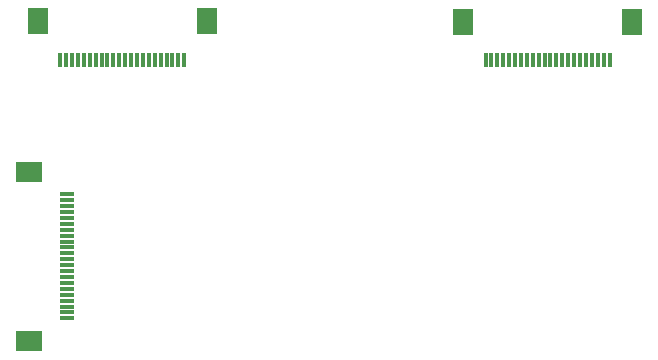
<source format=gbr>
%TF.GenerationSoftware,KiCad,Pcbnew,7.0.8*%
%TF.CreationDate,2023-11-07T10:44:17+02:00*%
%TF.ProjectId,Shield,53686965-6c64-42e6-9b69-6361645f7063,rev?*%
%TF.SameCoordinates,Original*%
%TF.FileFunction,Paste,Bot*%
%TF.FilePolarity,Positive*%
%FSLAX46Y46*%
G04 Gerber Fmt 4.6, Leading zero omitted, Abs format (unit mm)*
G04 Created by KiCad (PCBNEW 7.0.8) date 2023-11-07 10:44:17*
%MOMM*%
%LPD*%
G01*
G04 APERTURE LIST*
%ADD10R,1.300000X0.300000*%
%ADD11R,2.200000X1.800000*%
%ADD12R,0.300000X1.300000*%
%ADD13R,1.800000X2.200000*%
G04 APERTURE END LIST*
D10*
%TO.C,J11*%
X84793600Y-88889400D03*
X84793600Y-88389400D03*
X84793600Y-87889400D03*
X84793600Y-87389400D03*
X84793600Y-86889400D03*
X84793600Y-86389400D03*
X84793600Y-85889400D03*
X84793600Y-85389400D03*
X84793600Y-84889400D03*
X84793600Y-84389400D03*
X84793600Y-83889400D03*
X84793600Y-83389400D03*
X84793600Y-82889400D03*
X84793600Y-82389400D03*
X84793600Y-81889400D03*
X84793600Y-81389400D03*
X84793600Y-80889400D03*
X84793600Y-80389400D03*
X84793600Y-79889400D03*
X84793600Y-79389400D03*
X84793600Y-78889400D03*
X84793600Y-78389400D03*
D11*
X81543600Y-90789400D03*
X81543600Y-76489400D03*
%TD*%
D12*
%TO.C,J20*%
X120221800Y-67026800D03*
X120721800Y-67026800D03*
X121221800Y-67026800D03*
X121721800Y-67026800D03*
X122221800Y-67026800D03*
X122721800Y-67026800D03*
X123221800Y-67026800D03*
X123721800Y-67026800D03*
X124221800Y-67026800D03*
X124721800Y-67026800D03*
X125221800Y-67026800D03*
X125721800Y-67026800D03*
X126221800Y-67026800D03*
X126721800Y-67026800D03*
X127221800Y-67026800D03*
X127721800Y-67026800D03*
X128221800Y-67026800D03*
X128721800Y-67026800D03*
X129221800Y-67026800D03*
X129721800Y-67026800D03*
X130221800Y-67026800D03*
X130721800Y-67026800D03*
D13*
X118321800Y-63776800D03*
X132621800Y-63776800D03*
%TD*%
D12*
%TO.C,J12*%
X84217400Y-67002600D03*
X84717400Y-67002600D03*
X85217400Y-67002600D03*
X85717400Y-67002600D03*
X86217400Y-67002600D03*
X86717400Y-67002600D03*
X87217400Y-67002600D03*
X87717400Y-67002600D03*
X88217400Y-67002600D03*
X88717400Y-67002600D03*
X89217400Y-67002600D03*
X89717400Y-67002600D03*
X90217400Y-67002600D03*
X90717400Y-67002600D03*
X91217400Y-67002600D03*
X91717400Y-67002600D03*
X92217400Y-67002600D03*
X92717400Y-67002600D03*
X93217400Y-67002600D03*
X93717400Y-67002600D03*
X94217400Y-67002600D03*
X94717400Y-67002600D03*
D13*
X82317400Y-63752600D03*
X96617400Y-63752600D03*
%TD*%
M02*

</source>
